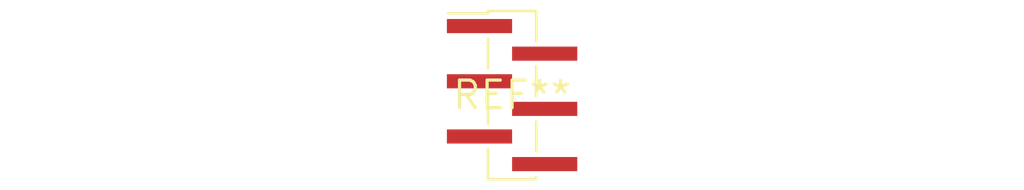
<source format=kicad_pcb>
(kicad_pcb (version 20240108) (generator pcbnew)
  (layers (0 "F.Cu" signal) (31 "B.Cu" signal) (34 "B.Paste" user) (35 "F.Paste" user) (36 "B.SilkS" user "B.Silkscreen") (37 "F.SilkS" user "F.Silkscreen") (38 "B.Mask" user) (39 "F.Mask" user) (44 "Edge.Cuts" user))
  (net 0 "")
  (footprint "PinHeader_1x06_P1.27mm_Vertical_SMD_Pin1Left" (layer "F.Cu") (at 0 0)
    (property "Reference" "REF**")
    (property "Value" "PinHeader_1x06_P1.27mm_Vertical_SMD_Pin1Left")
    (fp_line (start -1.11 -3.87) (end -1.11 -3.76) (layer "F.SilkS") (stroke (width 0.12)))
    (fp_line (start -1.11 -3.87) (end 1.11 -3.87) (layer "F.SilkS") (stroke (width 0.12)))
    (fp_line (start -1.11 -3.76) (end -2.94 -3.76) (layer "F.SilkS") (stroke (width 0.12)))
    (fp_line (start -1.11 -2.59) (end -1.11 -1.22) (layer "F.SilkS") (stroke (width 0.12)))
    (fp_line (start -1.11 -0.05) (end -1.11 1.32) (layer "F.SilkS") (stroke (width 0.12)))
    (fp_line (start -1.11 2.49) (end -1.11 3.86) (layer "F.SilkS") (stroke (width 0.12)))
    (fp_line (start -1.11 3.87) (end 1.11 3.87) (layer "F.SilkS") (stroke (width 0.12)))
    (fp_line (start 1.11 -3.86) (end 1.11 -2.49) (layer "F.SilkS") (stroke (width 0.12)))
    (fp_line (start 1.11 -1.32) (end 1.11 0.05) (layer "F.SilkS") (stroke (width 0.12)))
    (fp_line (start 1.11 1.22) (end 1.11 2.59) (layer "F.SilkS") (stroke (width 0.12)))
    (fp_line (start 1.11 3.76) (end 1.11 3.87) (layer "F.SilkS") (stroke (width 0.12)))
    (pad "1" smd rect (at -1.5 -3.175) (size 3 0.65) (layers "F.Cu" "F.Paste" "F.Mask"))
    (pad "2" smd rect (at 1.5 -1.905) (size 3 0.65) (layers "F.Cu" "F.Paste" "F.Mask"))
    (pad "3" smd rect (at -1.5 -0.635) (size 3 0.65) (layers "F.Cu" "F.Paste" "F.Mask"))
    (pad "4" smd rect (at 1.5 0.635) (size 3 0.65) (layers "F.Cu" "F.Paste" "F.Mask"))
    (pad "5" smd rect (at -1.5 1.905) (size 3 0.65) (layers "F.Cu" "F.Paste" "F.Mask"))
    (pad "6" smd rect (at 1.5 3.175) (size 3 0.65) (layers "F.Cu" "F.Paste" "F.Mask"))
  )
)
</source>
